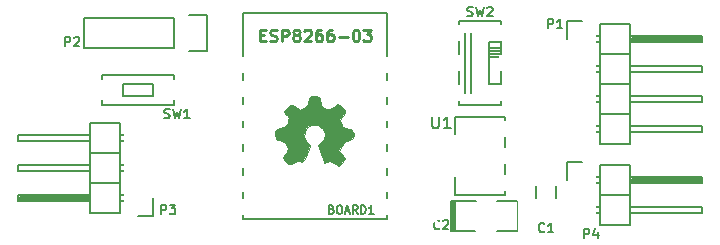
<source format=gto>
G04 #@! TF.FileFunction,Legend,Top*
%FSLAX46Y46*%
G04 Gerber Fmt 4.6, Leading zero omitted, Abs format (unit mm)*
G04 Created by KiCad (PCBNEW 0.201510170916+6271~30~ubuntu14.04.1-product) date Tue 27 Oct 2015 04:13:56 PM CET*
%MOMM*%
G01*
G04 APERTURE LIST*
%ADD10C,0.100000*%
%ADD11C,0.150000*%
%ADD12C,0.127000*%
%ADD13C,0.002540*%
%ADD14C,0.250000*%
%ADD15R,1.900000X1.400000*%
%ADD16R,1.650000X1.900000*%
%ADD17R,1.924000X2.432000*%
%ADD18R,2.432000X2.127200*%
%ADD19O,2.432000X2.127200*%
%ADD20R,2.127200X2.432000*%
%ADD21O,2.127200X2.432000*%
%ADD22R,2.432000X2.432000*%
%ADD23O,2.432000X2.432000*%
%ADD24R,3.050000X1.800000*%
%ADD25R,2.000000X1.400000*%
%ADD26C,1.400000*%
%ADD27R,2.300000X3.650000*%
%ADD28R,2.300000X1.350000*%
%ADD29C,3.400000*%
G04 APERTURE END LIST*
D10*
D11*
X153920000Y-87122000D02*
X166120000Y-87122000D01*
X153920000Y-69722000D02*
X153920000Y-87122000D01*
X153920000Y-69722000D02*
X166120000Y-69722000D01*
X166120000Y-69722000D02*
X166120000Y-87122000D01*
X180428000Y-85336000D02*
X180428000Y-84336000D01*
X178728000Y-84336000D02*
X178728000Y-85336000D01*
D12*
X171758000Y-85625000D02*
X171758000Y-88111000D01*
X171658000Y-85625000D02*
X171658000Y-88111000D01*
X171558000Y-85625000D02*
X171558000Y-88111000D01*
X171858000Y-85625000D02*
X171858000Y-88111000D01*
X171558000Y-88111000D02*
X173559000Y-88111000D01*
X175387000Y-85625000D02*
X177138000Y-85625000D01*
X177138000Y-85625000D02*
X177138000Y-88111000D01*
X177138000Y-88111000D02*
X175387000Y-88111000D01*
X173609000Y-85625000D02*
X171558000Y-85625000D01*
D11*
X181326000Y-70332000D02*
X181326000Y-71882000D01*
X182626000Y-70332000D02*
X181326000Y-70332000D01*
X186817000Y-71755000D02*
X192659000Y-71755000D01*
X192659000Y-71755000D02*
X192659000Y-72009000D01*
X192659000Y-72009000D02*
X186817000Y-72009000D01*
X186817000Y-72009000D02*
X186817000Y-71882000D01*
X186817000Y-71882000D02*
X192659000Y-71882000D01*
X184150000Y-71628000D02*
X183769000Y-71628000D01*
X184150000Y-72136000D02*
X183769000Y-72136000D01*
X184150000Y-74168000D02*
X183769000Y-74168000D01*
X184150000Y-74676000D02*
X183769000Y-74676000D01*
X184150000Y-76708000D02*
X183769000Y-76708000D01*
X184150000Y-77216000D02*
X183769000Y-77216000D01*
X184150000Y-79756000D02*
X183769000Y-79756000D01*
X184150000Y-79248000D02*
X183769000Y-79248000D01*
X184150000Y-70612000D02*
X186690000Y-70612000D01*
X184150000Y-73152000D02*
X186690000Y-73152000D01*
X184150000Y-73152000D02*
X184150000Y-75692000D01*
X184150000Y-75692000D02*
X186690000Y-75692000D01*
X186690000Y-74168000D02*
X192786000Y-74168000D01*
X192786000Y-74168000D02*
X192786000Y-74676000D01*
X192786000Y-74676000D02*
X186690000Y-74676000D01*
X186690000Y-75692000D02*
X186690000Y-73152000D01*
X186690000Y-73152000D02*
X186690000Y-70612000D01*
X192786000Y-72136000D02*
X186690000Y-72136000D01*
X192786000Y-71628000D02*
X192786000Y-72136000D01*
X186690000Y-71628000D02*
X192786000Y-71628000D01*
X184150000Y-73152000D02*
X186690000Y-73152000D01*
X184150000Y-70612000D02*
X184150000Y-73152000D01*
X184150000Y-78232000D02*
X186690000Y-78232000D01*
X184150000Y-78232000D02*
X184150000Y-80772000D01*
X184150000Y-80772000D02*
X186690000Y-80772000D01*
X186690000Y-79248000D02*
X192786000Y-79248000D01*
X192786000Y-79248000D02*
X192786000Y-79756000D01*
X192786000Y-79756000D02*
X186690000Y-79756000D01*
X186690000Y-80772000D02*
X186690000Y-78232000D01*
X186690000Y-78232000D02*
X186690000Y-75692000D01*
X192786000Y-77216000D02*
X186690000Y-77216000D01*
X192786000Y-76708000D02*
X192786000Y-77216000D01*
X186690000Y-76708000D02*
X192786000Y-76708000D01*
X184150000Y-78232000D02*
X186690000Y-78232000D01*
X184150000Y-75692000D02*
X184150000Y-78232000D01*
X184150000Y-75692000D02*
X186690000Y-75692000D01*
X148082000Y-70104000D02*
X140462000Y-70104000D01*
X148082000Y-72644000D02*
X140462000Y-72644000D01*
X150902000Y-72924000D02*
X149352000Y-72924000D01*
X140462000Y-70104000D02*
X140462000Y-72644000D01*
X148082000Y-72644000D02*
X148082000Y-70104000D01*
X149352000Y-69824000D02*
X150902000Y-69824000D01*
X150902000Y-69824000D02*
X150902000Y-72924000D01*
X146334000Y-86894000D02*
X146334000Y-85344000D01*
X145034000Y-86894000D02*
X146334000Y-86894000D01*
X140843000Y-85471000D02*
X135001000Y-85471000D01*
X135001000Y-85471000D02*
X135001000Y-85217000D01*
X135001000Y-85217000D02*
X140843000Y-85217000D01*
X140843000Y-85217000D02*
X140843000Y-85344000D01*
X140843000Y-85344000D02*
X135001000Y-85344000D01*
X143510000Y-85598000D02*
X143891000Y-85598000D01*
X143510000Y-85090000D02*
X143891000Y-85090000D01*
X143510000Y-83058000D02*
X143891000Y-83058000D01*
X143510000Y-82550000D02*
X143891000Y-82550000D01*
X143510000Y-80518000D02*
X143891000Y-80518000D01*
X143510000Y-80010000D02*
X143891000Y-80010000D01*
X140970000Y-84074000D02*
X140970000Y-86614000D01*
X134874000Y-85090000D02*
X140970000Y-85090000D01*
X134874000Y-85598000D02*
X134874000Y-85090000D01*
X140970000Y-85598000D02*
X134874000Y-85598000D01*
X143510000Y-84074000D02*
X140970000Y-84074000D01*
X143510000Y-86614000D02*
X143510000Y-84074000D01*
X143510000Y-86614000D02*
X140970000Y-86614000D01*
X143510000Y-81534000D02*
X140970000Y-81534000D01*
X143510000Y-81534000D02*
X143510000Y-78994000D01*
X140970000Y-80518000D02*
X134874000Y-80518000D01*
X134874000Y-80518000D02*
X134874000Y-80010000D01*
X134874000Y-80010000D02*
X140970000Y-80010000D01*
X140970000Y-78994000D02*
X140970000Y-81534000D01*
X140970000Y-81534000D02*
X140970000Y-84074000D01*
X134874000Y-82550000D02*
X140970000Y-82550000D01*
X134874000Y-83058000D02*
X134874000Y-82550000D01*
X140970000Y-83058000D02*
X134874000Y-83058000D01*
X143510000Y-81534000D02*
X140970000Y-81534000D01*
X143510000Y-84074000D02*
X143510000Y-81534000D01*
X143510000Y-84074000D02*
X140970000Y-84074000D01*
X143510000Y-78994000D02*
X140970000Y-78994000D01*
X181326000Y-82270000D02*
X181326000Y-83820000D01*
X182626000Y-82270000D02*
X181326000Y-82270000D01*
X186817000Y-83693000D02*
X192659000Y-83693000D01*
X192659000Y-83693000D02*
X192659000Y-83947000D01*
X192659000Y-83947000D02*
X186817000Y-83947000D01*
X186817000Y-83947000D02*
X186817000Y-83820000D01*
X186817000Y-83820000D02*
X192659000Y-83820000D01*
X184150000Y-83566000D02*
X183769000Y-83566000D01*
X184150000Y-84074000D02*
X183769000Y-84074000D01*
X184150000Y-86106000D02*
X183769000Y-86106000D01*
X184150000Y-86614000D02*
X183769000Y-86614000D01*
X184150000Y-82550000D02*
X186690000Y-82550000D01*
X184150000Y-85090000D02*
X186690000Y-85090000D01*
X184150000Y-85090000D02*
X184150000Y-87630000D01*
X184150000Y-87630000D02*
X186690000Y-87630000D01*
X186690000Y-86106000D02*
X192786000Y-86106000D01*
X192786000Y-86106000D02*
X192786000Y-86614000D01*
X192786000Y-86614000D02*
X186690000Y-86614000D01*
X186690000Y-87630000D02*
X186690000Y-85090000D01*
X186690000Y-85090000D02*
X186690000Y-82550000D01*
X192786000Y-84074000D02*
X186690000Y-84074000D01*
X192786000Y-83566000D02*
X192786000Y-84074000D01*
X186690000Y-83566000D02*
X192786000Y-83566000D01*
X184150000Y-85090000D02*
X186690000Y-85090000D01*
X184150000Y-82550000D02*
X184150000Y-85090000D01*
X146304000Y-76708000D02*
X146304000Y-75692000D01*
X143764000Y-75692000D02*
X143764000Y-76708000D01*
X143764000Y-76708000D02*
X146304000Y-76708000D01*
X146304000Y-75692000D02*
X143764000Y-75692000D01*
X148082000Y-76962000D02*
X148082000Y-77470000D01*
X148082000Y-77470000D02*
X141986000Y-77470000D01*
X141986000Y-77470000D02*
X141986000Y-76962000D01*
X141986000Y-75438000D02*
X141986000Y-74930000D01*
X141986000Y-74930000D02*
X148082000Y-74930000D01*
X148082000Y-74930000D02*
X148082000Y-75438000D01*
X175768000Y-72898000D02*
X174752000Y-72898000D01*
X174752000Y-73152000D02*
X175768000Y-73152000D01*
X175768000Y-73406000D02*
X174752000Y-73406000D01*
X174752000Y-72644000D02*
X175768000Y-72644000D01*
X175768000Y-75692000D02*
X174752000Y-75692000D01*
X174752000Y-75692000D02*
X174752000Y-72136000D01*
X174752000Y-72136000D02*
X175768000Y-72136000D01*
X173228000Y-71374000D02*
X173228000Y-76454000D01*
X172720000Y-76454000D02*
X172720000Y-71374000D01*
X173990000Y-77470000D02*
X172212000Y-77470000D01*
X172212000Y-77470000D02*
X172212000Y-70358000D01*
X172212000Y-70358000D02*
X175768000Y-70358000D01*
X175768000Y-70358000D02*
X175768000Y-77470000D01*
X175768000Y-77470000D02*
X173990000Y-77470000D01*
X176090000Y-78988000D02*
X176090000Y-78488000D01*
X176090000Y-78488000D02*
X171890000Y-78488000D01*
X171890000Y-78488000D02*
X171890000Y-80088000D01*
X176090000Y-81288000D02*
X176090000Y-79988000D01*
X176090000Y-83588000D02*
X176090000Y-82288000D01*
X171890000Y-85088000D02*
X176090000Y-85088000D01*
X176090000Y-85088000D02*
X176090000Y-84588000D01*
X171890000Y-85088000D02*
X171890000Y-83488000D01*
D13*
G36*
X162013900Y-82633820D02*
X161899600Y-82583020D01*
X161615120Y-82412840D01*
X161541460Y-82367120D01*
X161269680Y-82247740D01*
X161053780Y-82288380D01*
X160967420Y-82326480D01*
X160820100Y-82362040D01*
X160802320Y-82316320D01*
X160695640Y-82039460D01*
X160538160Y-81597500D01*
X160276540Y-80855820D01*
X160474660Y-80726280D01*
X160759140Y-80408780D01*
X160848040Y-79951580D01*
X160690560Y-79507080D01*
X160301940Y-79197200D01*
X160228280Y-79169260D01*
X159750760Y-79148940D01*
X159362140Y-79369920D01*
X159128460Y-79740760D01*
X159103060Y-80185260D01*
X159344360Y-80614520D01*
X159494220Y-80772000D01*
X159598360Y-80906620D01*
X159588200Y-80939640D01*
X159496760Y-81198720D01*
X159336740Y-81620360D01*
X159311340Y-81683860D01*
X159092900Y-82143600D01*
X158899860Y-82306160D01*
X158694120Y-82204560D01*
X158587440Y-82176620D01*
X158285180Y-82331560D01*
X157995620Y-82501740D01*
X157756860Y-82501740D01*
X157518100Y-82252820D01*
X157289500Y-81955640D01*
X157518100Y-81610200D01*
X157629860Y-81434940D01*
X157700980Y-81206340D01*
X157627320Y-80914240D01*
X157566360Y-80746600D01*
X157416500Y-80566260D01*
X157093920Y-80469740D01*
X156839920Y-80408780D01*
X156690060Y-80291940D01*
X156649420Y-80015080D01*
X156654500Y-79697580D01*
X156799280Y-79517240D01*
X157180280Y-79395320D01*
X157289500Y-79364840D01*
X157561280Y-79232760D01*
X157713680Y-78973680D01*
X157769560Y-78821280D01*
X157777180Y-78610460D01*
X157607000Y-78351380D01*
X157571440Y-78303120D01*
X157431740Y-78056740D01*
X157477460Y-77866240D01*
X157530800Y-77784960D01*
X157787340Y-77528420D01*
X157929580Y-77434440D01*
X158092140Y-77447140D01*
X158381700Y-77622400D01*
X158765240Y-77871320D01*
X159097980Y-77711300D01*
X159331660Y-77569060D01*
X159428180Y-77348080D01*
X159433260Y-77276960D01*
X159512000Y-76926440D01*
X159532320Y-76875640D01*
X159666940Y-76738480D01*
X159979360Y-76708000D01*
X160065720Y-76710540D01*
X160327340Y-76756260D01*
X160444180Y-76926440D01*
X160472120Y-77012800D01*
X160528000Y-77391260D01*
X160535620Y-77500480D01*
X160632140Y-77640180D01*
X160705800Y-77655420D01*
X160977580Y-77767180D01*
X161124900Y-77830680D01*
X161307780Y-77812900D01*
X161599880Y-77630020D01*
X161980880Y-77368400D01*
X162270440Y-77647800D01*
X162450780Y-77843380D01*
X162560000Y-78008480D01*
X162519360Y-78107540D01*
X162346640Y-78366620D01*
X162219640Y-78546960D01*
X162151060Y-78790800D01*
X162275520Y-79105760D01*
X162339020Y-79222600D01*
X162547300Y-79451200D01*
X162877500Y-79502000D01*
X163080700Y-79527400D01*
X163240720Y-79728060D01*
X163288980Y-79910940D01*
X163243260Y-80279240D01*
X163017200Y-80474820D01*
X162623500Y-80556100D01*
X162509200Y-80611980D01*
X162262820Y-80965040D01*
X162090100Y-81335880D01*
X162326320Y-81658460D01*
X162471100Y-81876900D01*
X162560000Y-82059780D01*
X162511740Y-82151220D01*
X162311080Y-82384900D01*
X162158680Y-82529680D01*
X162013900Y-82633820D01*
X162013900Y-82633820D01*
G37*
X162013900Y-82633820D02*
X161899600Y-82583020D01*
X161615120Y-82412840D01*
X161541460Y-82367120D01*
X161269680Y-82247740D01*
X161053780Y-82288380D01*
X160967420Y-82326480D01*
X160820100Y-82362040D01*
X160802320Y-82316320D01*
X160695640Y-82039460D01*
X160538160Y-81597500D01*
X160276540Y-80855820D01*
X160474660Y-80726280D01*
X160759140Y-80408780D01*
X160848040Y-79951580D01*
X160690560Y-79507080D01*
X160301940Y-79197200D01*
X160228280Y-79169260D01*
X159750760Y-79148940D01*
X159362140Y-79369920D01*
X159128460Y-79740760D01*
X159103060Y-80185260D01*
X159344360Y-80614520D01*
X159494220Y-80772000D01*
X159598360Y-80906620D01*
X159588200Y-80939640D01*
X159496760Y-81198720D01*
X159336740Y-81620360D01*
X159311340Y-81683860D01*
X159092900Y-82143600D01*
X158899860Y-82306160D01*
X158694120Y-82204560D01*
X158587440Y-82176620D01*
X158285180Y-82331560D01*
X157995620Y-82501740D01*
X157756860Y-82501740D01*
X157518100Y-82252820D01*
X157289500Y-81955640D01*
X157518100Y-81610200D01*
X157629860Y-81434940D01*
X157700980Y-81206340D01*
X157627320Y-80914240D01*
X157566360Y-80746600D01*
X157416500Y-80566260D01*
X157093920Y-80469740D01*
X156839920Y-80408780D01*
X156690060Y-80291940D01*
X156649420Y-80015080D01*
X156654500Y-79697580D01*
X156799280Y-79517240D01*
X157180280Y-79395320D01*
X157289500Y-79364840D01*
X157561280Y-79232760D01*
X157713680Y-78973680D01*
X157769560Y-78821280D01*
X157777180Y-78610460D01*
X157607000Y-78351380D01*
X157571440Y-78303120D01*
X157431740Y-78056740D01*
X157477460Y-77866240D01*
X157530800Y-77784960D01*
X157787340Y-77528420D01*
X157929580Y-77434440D01*
X158092140Y-77447140D01*
X158381700Y-77622400D01*
X158765240Y-77871320D01*
X159097980Y-77711300D01*
X159331660Y-77569060D01*
X159428180Y-77348080D01*
X159433260Y-77276960D01*
X159512000Y-76926440D01*
X159532320Y-76875640D01*
X159666940Y-76738480D01*
X159979360Y-76708000D01*
X160065720Y-76710540D01*
X160327340Y-76756260D01*
X160444180Y-76926440D01*
X160472120Y-77012800D01*
X160528000Y-77391260D01*
X160535620Y-77500480D01*
X160632140Y-77640180D01*
X160705800Y-77655420D01*
X160977580Y-77767180D01*
X161124900Y-77830680D01*
X161307780Y-77812900D01*
X161599880Y-77630020D01*
X161980880Y-77368400D01*
X162270440Y-77647800D01*
X162450780Y-77843380D01*
X162560000Y-78008480D01*
X162519360Y-78107540D01*
X162346640Y-78366620D01*
X162219640Y-78546960D01*
X162151060Y-78790800D01*
X162275520Y-79105760D01*
X162339020Y-79222600D01*
X162547300Y-79451200D01*
X162877500Y-79502000D01*
X163080700Y-79527400D01*
X163240720Y-79728060D01*
X163288980Y-79910940D01*
X163243260Y-80279240D01*
X163017200Y-80474820D01*
X162623500Y-80556100D01*
X162509200Y-80611980D01*
X162262820Y-80965040D01*
X162090100Y-81335880D01*
X162326320Y-81658460D01*
X162471100Y-81876900D01*
X162560000Y-82059780D01*
X162511740Y-82151220D01*
X162311080Y-82384900D01*
X162158680Y-82529680D01*
X162013900Y-82633820D01*
D11*
X161418000Y-86310000D02*
X161518000Y-86343333D01*
X161551333Y-86376667D01*
X161584667Y-86443333D01*
X161584667Y-86543333D01*
X161551333Y-86610000D01*
X161518000Y-86643333D01*
X161451333Y-86676667D01*
X161184667Y-86676667D01*
X161184667Y-85976667D01*
X161418000Y-85976667D01*
X161484667Y-86010000D01*
X161518000Y-86043333D01*
X161551333Y-86110000D01*
X161551333Y-86176667D01*
X161518000Y-86243333D01*
X161484667Y-86276667D01*
X161418000Y-86310000D01*
X161184667Y-86310000D01*
X162018000Y-85976667D02*
X162151333Y-85976667D01*
X162218000Y-86010000D01*
X162284667Y-86076667D01*
X162318000Y-86210000D01*
X162318000Y-86443333D01*
X162284667Y-86576667D01*
X162218000Y-86643333D01*
X162151333Y-86676667D01*
X162018000Y-86676667D01*
X161951333Y-86643333D01*
X161884667Y-86576667D01*
X161851333Y-86443333D01*
X161851333Y-86210000D01*
X161884667Y-86076667D01*
X161951333Y-86010000D01*
X162018000Y-85976667D01*
X162584666Y-86476667D02*
X162918000Y-86476667D01*
X162518000Y-86676667D02*
X162751333Y-85976667D01*
X162984666Y-86676667D01*
X163618000Y-86676667D02*
X163384666Y-86343333D01*
X163218000Y-86676667D02*
X163218000Y-85976667D01*
X163484666Y-85976667D01*
X163551333Y-86010000D01*
X163584666Y-86043333D01*
X163618000Y-86110000D01*
X163618000Y-86210000D01*
X163584666Y-86276667D01*
X163551333Y-86310000D01*
X163484666Y-86343333D01*
X163218000Y-86343333D01*
X163918000Y-86676667D02*
X163918000Y-85976667D01*
X164084666Y-85976667D01*
X164184666Y-86010000D01*
X164251333Y-86076667D01*
X164284666Y-86143333D01*
X164318000Y-86276667D01*
X164318000Y-86376667D01*
X164284666Y-86510000D01*
X164251333Y-86576667D01*
X164184666Y-86643333D01*
X164084666Y-86676667D01*
X163918000Y-86676667D01*
X164984666Y-86676667D02*
X164584666Y-86676667D01*
X164784666Y-86676667D02*
X164784666Y-85976667D01*
X164718000Y-86076667D01*
X164651333Y-86143333D01*
X164584666Y-86176667D01*
D14*
X155353333Y-71556571D02*
X155686667Y-71556571D01*
X155829524Y-72080381D02*
X155353333Y-72080381D01*
X155353333Y-71080381D01*
X155829524Y-71080381D01*
X156210476Y-72032762D02*
X156353333Y-72080381D01*
X156591429Y-72080381D01*
X156686667Y-72032762D01*
X156734286Y-71985143D01*
X156781905Y-71889905D01*
X156781905Y-71794667D01*
X156734286Y-71699429D01*
X156686667Y-71651810D01*
X156591429Y-71604190D01*
X156400952Y-71556571D01*
X156305714Y-71508952D01*
X156258095Y-71461333D01*
X156210476Y-71366095D01*
X156210476Y-71270857D01*
X156258095Y-71175619D01*
X156305714Y-71128000D01*
X156400952Y-71080381D01*
X156639048Y-71080381D01*
X156781905Y-71128000D01*
X157210476Y-72080381D02*
X157210476Y-71080381D01*
X157591429Y-71080381D01*
X157686667Y-71128000D01*
X157734286Y-71175619D01*
X157781905Y-71270857D01*
X157781905Y-71413714D01*
X157734286Y-71508952D01*
X157686667Y-71556571D01*
X157591429Y-71604190D01*
X157210476Y-71604190D01*
X158353333Y-71508952D02*
X158258095Y-71461333D01*
X158210476Y-71413714D01*
X158162857Y-71318476D01*
X158162857Y-71270857D01*
X158210476Y-71175619D01*
X158258095Y-71128000D01*
X158353333Y-71080381D01*
X158543810Y-71080381D01*
X158639048Y-71128000D01*
X158686667Y-71175619D01*
X158734286Y-71270857D01*
X158734286Y-71318476D01*
X158686667Y-71413714D01*
X158639048Y-71461333D01*
X158543810Y-71508952D01*
X158353333Y-71508952D01*
X158258095Y-71556571D01*
X158210476Y-71604190D01*
X158162857Y-71699429D01*
X158162857Y-71889905D01*
X158210476Y-71985143D01*
X158258095Y-72032762D01*
X158353333Y-72080381D01*
X158543810Y-72080381D01*
X158639048Y-72032762D01*
X158686667Y-71985143D01*
X158734286Y-71889905D01*
X158734286Y-71699429D01*
X158686667Y-71604190D01*
X158639048Y-71556571D01*
X158543810Y-71508952D01*
X159115238Y-71175619D02*
X159162857Y-71128000D01*
X159258095Y-71080381D01*
X159496191Y-71080381D01*
X159591429Y-71128000D01*
X159639048Y-71175619D01*
X159686667Y-71270857D01*
X159686667Y-71366095D01*
X159639048Y-71508952D01*
X159067619Y-72080381D01*
X159686667Y-72080381D01*
X160543810Y-71080381D02*
X160353333Y-71080381D01*
X160258095Y-71128000D01*
X160210476Y-71175619D01*
X160115238Y-71318476D01*
X160067619Y-71508952D01*
X160067619Y-71889905D01*
X160115238Y-71985143D01*
X160162857Y-72032762D01*
X160258095Y-72080381D01*
X160448572Y-72080381D01*
X160543810Y-72032762D01*
X160591429Y-71985143D01*
X160639048Y-71889905D01*
X160639048Y-71651810D01*
X160591429Y-71556571D01*
X160543810Y-71508952D01*
X160448572Y-71461333D01*
X160258095Y-71461333D01*
X160162857Y-71508952D01*
X160115238Y-71556571D01*
X160067619Y-71651810D01*
X161496191Y-71080381D02*
X161305714Y-71080381D01*
X161210476Y-71128000D01*
X161162857Y-71175619D01*
X161067619Y-71318476D01*
X161020000Y-71508952D01*
X161020000Y-71889905D01*
X161067619Y-71985143D01*
X161115238Y-72032762D01*
X161210476Y-72080381D01*
X161400953Y-72080381D01*
X161496191Y-72032762D01*
X161543810Y-71985143D01*
X161591429Y-71889905D01*
X161591429Y-71651810D01*
X161543810Y-71556571D01*
X161496191Y-71508952D01*
X161400953Y-71461333D01*
X161210476Y-71461333D01*
X161115238Y-71508952D01*
X161067619Y-71556571D01*
X161020000Y-71651810D01*
X162020000Y-71699429D02*
X162781905Y-71699429D01*
X163448571Y-71080381D02*
X163543810Y-71080381D01*
X163639048Y-71128000D01*
X163686667Y-71175619D01*
X163734286Y-71270857D01*
X163781905Y-71461333D01*
X163781905Y-71699429D01*
X163734286Y-71889905D01*
X163686667Y-71985143D01*
X163639048Y-72032762D01*
X163543810Y-72080381D01*
X163448571Y-72080381D01*
X163353333Y-72032762D01*
X163305714Y-71985143D01*
X163258095Y-71889905D01*
X163210476Y-71699429D01*
X163210476Y-71461333D01*
X163258095Y-71270857D01*
X163305714Y-71175619D01*
X163353333Y-71128000D01*
X163448571Y-71080381D01*
X164115238Y-71080381D02*
X164734286Y-71080381D01*
X164400952Y-71461333D01*
X164543810Y-71461333D01*
X164639048Y-71508952D01*
X164686667Y-71556571D01*
X164734286Y-71651810D01*
X164734286Y-71889905D01*
X164686667Y-71985143D01*
X164639048Y-72032762D01*
X164543810Y-72080381D01*
X164258095Y-72080381D01*
X164162857Y-72032762D01*
X164115238Y-71985143D01*
D11*
X179444667Y-88169714D02*
X179406572Y-88207810D01*
X179292286Y-88245905D01*
X179216096Y-88245905D01*
X179101810Y-88207810D01*
X179025619Y-88131619D01*
X178987524Y-88055429D01*
X178949429Y-87903048D01*
X178949429Y-87788762D01*
X178987524Y-87636381D01*
X179025619Y-87560190D01*
X179101810Y-87484000D01*
X179216096Y-87445905D01*
X179292286Y-87445905D01*
X179406572Y-87484000D01*
X179444667Y-87522095D01*
X180206572Y-88245905D02*
X179749429Y-88245905D01*
X179978000Y-88245905D02*
X179978000Y-87445905D01*
X179901810Y-87560190D01*
X179825619Y-87636381D01*
X179749429Y-87674476D01*
D12*
X170554667Y-87915714D02*
X170516572Y-87953810D01*
X170402286Y-87991905D01*
X170326096Y-87991905D01*
X170211810Y-87953810D01*
X170135619Y-87877619D01*
X170097524Y-87801429D01*
X170059429Y-87649048D01*
X170059429Y-87534762D01*
X170097524Y-87382381D01*
X170135619Y-87306190D01*
X170211810Y-87230000D01*
X170326096Y-87191905D01*
X170402286Y-87191905D01*
X170516572Y-87230000D01*
X170554667Y-87268095D01*
X170859429Y-87268095D02*
X170897524Y-87230000D01*
X170973715Y-87191905D01*
X171164191Y-87191905D01*
X171240381Y-87230000D01*
X171278477Y-87268095D01*
X171316572Y-87344286D01*
X171316572Y-87420476D01*
X171278477Y-87534762D01*
X170821334Y-87991905D01*
X171316572Y-87991905D01*
D11*
X179749524Y-70973905D02*
X179749524Y-70173905D01*
X180054286Y-70173905D01*
X180130477Y-70212000D01*
X180168572Y-70250095D01*
X180206667Y-70326286D01*
X180206667Y-70440571D01*
X180168572Y-70516762D01*
X180130477Y-70554857D01*
X180054286Y-70592952D01*
X179749524Y-70592952D01*
X180968572Y-70973905D02*
X180511429Y-70973905D01*
X180740000Y-70973905D02*
X180740000Y-70173905D01*
X180663810Y-70288190D01*
X180587619Y-70364381D01*
X180511429Y-70402476D01*
X138855524Y-72497905D02*
X138855524Y-71697905D01*
X139160286Y-71697905D01*
X139236477Y-71736000D01*
X139274572Y-71774095D01*
X139312667Y-71850286D01*
X139312667Y-71964571D01*
X139274572Y-72040762D01*
X139236477Y-72078857D01*
X139160286Y-72116952D01*
X138855524Y-72116952D01*
X139617429Y-71774095D02*
X139655524Y-71736000D01*
X139731715Y-71697905D01*
X139922191Y-71697905D01*
X139998381Y-71736000D01*
X140036477Y-71774095D01*
X140074572Y-71850286D01*
X140074572Y-71926476D01*
X140036477Y-72040762D01*
X139579334Y-72497905D01*
X140074572Y-72497905D01*
X146983524Y-86721905D02*
X146983524Y-85921905D01*
X147288286Y-85921905D01*
X147364477Y-85960000D01*
X147402572Y-85998095D01*
X147440667Y-86074286D01*
X147440667Y-86188571D01*
X147402572Y-86264762D01*
X147364477Y-86302857D01*
X147288286Y-86340952D01*
X146983524Y-86340952D01*
X147707334Y-85921905D02*
X148202572Y-85921905D01*
X147935905Y-86226667D01*
X148050191Y-86226667D01*
X148126381Y-86264762D01*
X148164477Y-86302857D01*
X148202572Y-86379048D01*
X148202572Y-86569524D01*
X148164477Y-86645714D01*
X148126381Y-86683810D01*
X148050191Y-86721905D01*
X147821619Y-86721905D01*
X147745429Y-86683810D01*
X147707334Y-86645714D01*
X182797524Y-88753905D02*
X182797524Y-87953905D01*
X183102286Y-87953905D01*
X183178477Y-87992000D01*
X183216572Y-88030095D01*
X183254667Y-88106286D01*
X183254667Y-88220571D01*
X183216572Y-88296762D01*
X183178477Y-88334857D01*
X183102286Y-88372952D01*
X182797524Y-88372952D01*
X183940381Y-88220571D02*
X183940381Y-88753905D01*
X183749905Y-87915810D02*
X183559429Y-88487238D01*
X184054667Y-88487238D01*
X147269333Y-78555810D02*
X147383619Y-78593905D01*
X147574095Y-78593905D01*
X147650285Y-78555810D01*
X147688381Y-78517714D01*
X147726476Y-78441524D01*
X147726476Y-78365333D01*
X147688381Y-78289143D01*
X147650285Y-78251048D01*
X147574095Y-78212952D01*
X147421714Y-78174857D01*
X147345523Y-78136762D01*
X147307428Y-78098667D01*
X147269333Y-78022476D01*
X147269333Y-77946286D01*
X147307428Y-77870095D01*
X147345523Y-77832000D01*
X147421714Y-77793905D01*
X147612190Y-77793905D01*
X147726476Y-77832000D01*
X147993143Y-77793905D02*
X148183619Y-78593905D01*
X148336000Y-78022476D01*
X148488381Y-78593905D01*
X148678857Y-77793905D01*
X149402667Y-78593905D02*
X148945524Y-78593905D01*
X149174095Y-78593905D02*
X149174095Y-77793905D01*
X149097905Y-77908190D01*
X149021714Y-77984381D01*
X148945524Y-78022476D01*
X172923333Y-69919810D02*
X173037619Y-69957905D01*
X173228095Y-69957905D01*
X173304285Y-69919810D01*
X173342381Y-69881714D01*
X173380476Y-69805524D01*
X173380476Y-69729333D01*
X173342381Y-69653143D01*
X173304285Y-69615048D01*
X173228095Y-69576952D01*
X173075714Y-69538857D01*
X172999523Y-69500762D01*
X172961428Y-69462667D01*
X172923333Y-69386476D01*
X172923333Y-69310286D01*
X172961428Y-69234095D01*
X172999523Y-69196000D01*
X173075714Y-69157905D01*
X173266190Y-69157905D01*
X173380476Y-69196000D01*
X173647143Y-69157905D02*
X173837619Y-69957905D01*
X173990000Y-69386476D01*
X174142381Y-69957905D01*
X174332857Y-69157905D01*
X174599524Y-69234095D02*
X174637619Y-69196000D01*
X174713810Y-69157905D01*
X174904286Y-69157905D01*
X174980476Y-69196000D01*
X175018572Y-69234095D01*
X175056667Y-69310286D01*
X175056667Y-69386476D01*
X175018572Y-69500762D01*
X174561429Y-69957905D01*
X175056667Y-69957905D01*
X169926095Y-78446381D02*
X169926095Y-79255905D01*
X169973714Y-79351143D01*
X170021333Y-79398762D01*
X170116571Y-79446381D01*
X170307048Y-79446381D01*
X170402286Y-79398762D01*
X170449905Y-79351143D01*
X170497524Y-79255905D01*
X170497524Y-78446381D01*
X171497524Y-79446381D02*
X170926095Y-79446381D01*
X171211809Y-79446381D02*
X171211809Y-78446381D01*
X171116571Y-78589238D01*
X171021333Y-78684476D01*
X170926095Y-78732095D01*
%LPC*%
D15*
X166120000Y-86122000D03*
X166120000Y-84122000D03*
X166120000Y-82122000D03*
X166120000Y-80122000D03*
X166120000Y-78122000D03*
X166120000Y-76122000D03*
X166120000Y-74122000D03*
X153920000Y-74122000D03*
X153920000Y-76122000D03*
X153920000Y-78122000D03*
X153920000Y-80122000D03*
X153920000Y-82122000D03*
X153920000Y-84122000D03*
X153920000Y-86122000D03*
D16*
X179578000Y-83586000D03*
X179578000Y-86086000D03*
D17*
X172847000Y-86868000D03*
X176149000Y-86868000D03*
D18*
X182626000Y-71882000D03*
D19*
X182626000Y-74422000D03*
X182626000Y-76962000D03*
X182626000Y-79502000D03*
D20*
X149352000Y-71374000D03*
D21*
X146812000Y-71374000D03*
X144272000Y-71374000D03*
X141732000Y-71374000D03*
D18*
X145034000Y-85344000D03*
D19*
X145034000Y-82804000D03*
X145034000Y-80264000D03*
D22*
X182626000Y-83820000D03*
D23*
X182626000Y-86360000D03*
D24*
X141709000Y-76200000D03*
X148359000Y-76200000D03*
D25*
X176640000Y-76414000D03*
X176640000Y-73914000D03*
X176640000Y-71414000D03*
X171340000Y-71414000D03*
X171340000Y-73914000D03*
X171340000Y-76414000D03*
D26*
X173990000Y-75414000D03*
X173990000Y-72414000D03*
D27*
X170940000Y-81788000D03*
D28*
X177040000Y-84088000D03*
X177040000Y-81788000D03*
X177040000Y-79488000D03*
D29*
X149668000Y-82062000D03*
X169452000Y-85852000D03*
M02*

</source>
